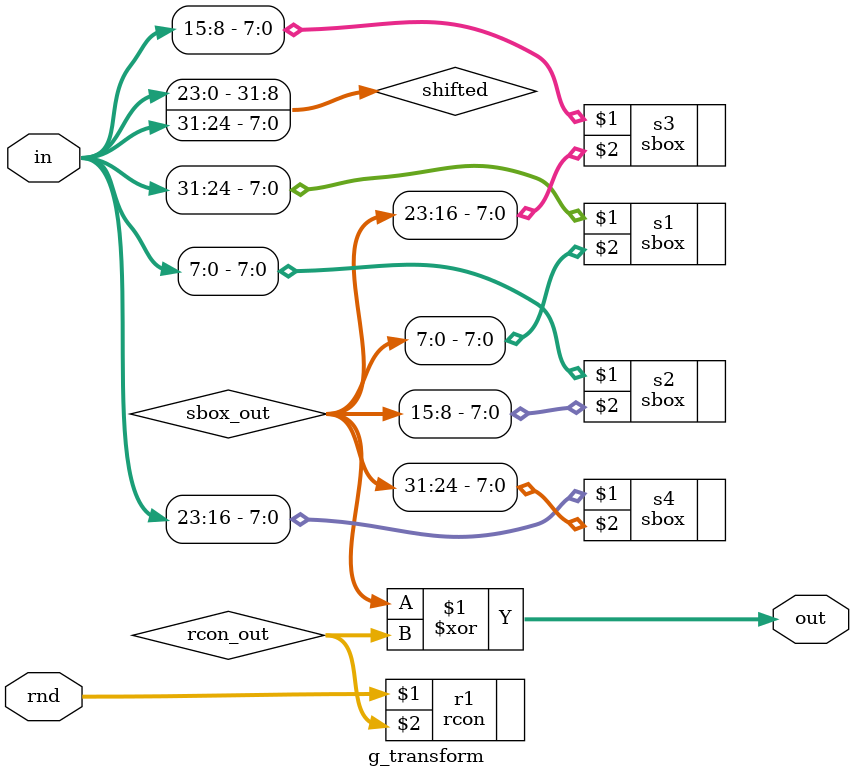
<source format=v>
module g_transform
(
    input [31:0] in,
    input [3:0] rnd,
    output [31:0] out
);

//byte shift
wire [31:0] shifted;
assign shifted = {in[23:0], in[31:24]};
//sbox
wire [31:0] sbox_out;
sbox s1(shifted[7:0], sbox_out[7:0]);
sbox s2(shifted[15:8], sbox_out[15:8]);
sbox s3(shifted[23:16], sbox_out[23:16]);
sbox s4(shifted[31:24], sbox_out[31:24]);
//rcon xor
wire [31:0] rcon_out;
rcon r1(rnd,rcon_out);
assign out = sbox_out ^ rcon_out;

endmodule
</source>
